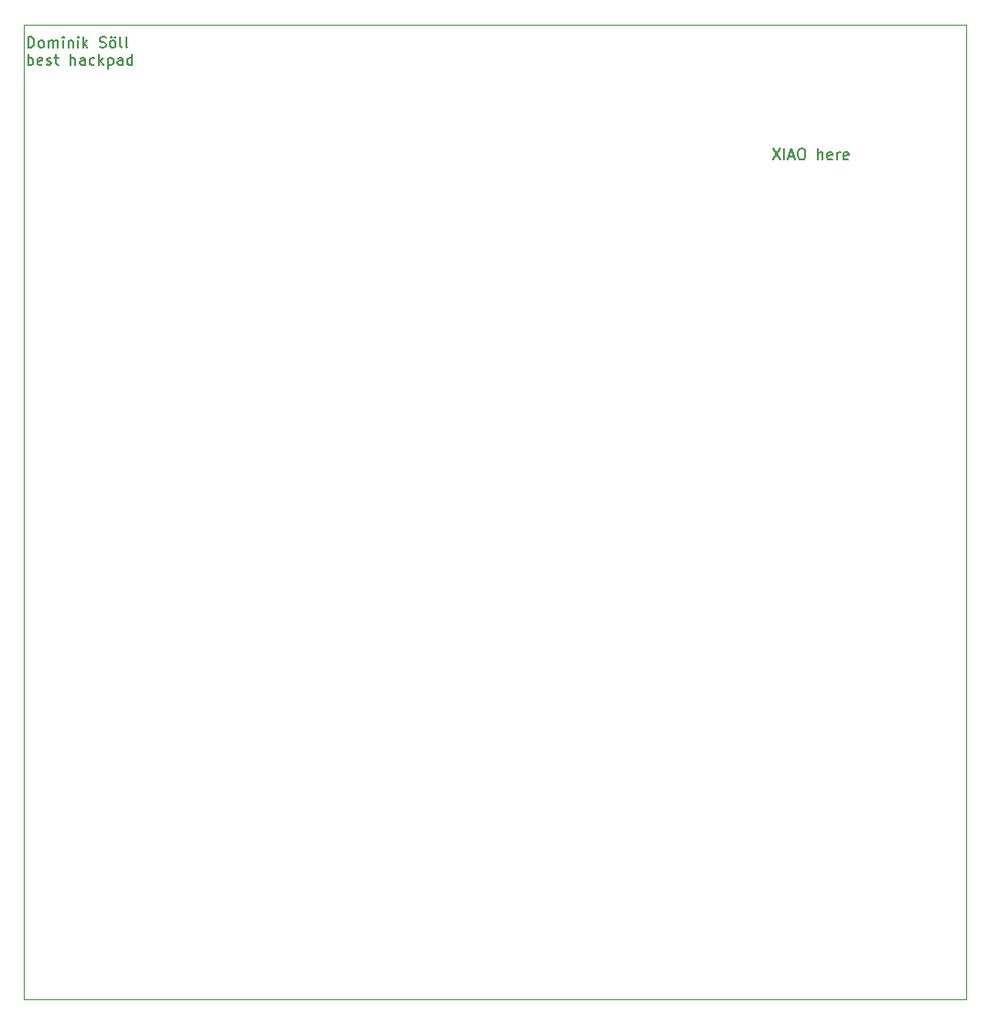
<source format=gbr>
%TF.GenerationSoftware,KiCad,Pcbnew,8.0.8*%
%TF.CreationDate,2025-02-19T23:36:16+01:00*%
%TF.ProjectId,Hackpad2.0,4861636b-7061-4643-922e-302e6b696361,rev?*%
%TF.SameCoordinates,Original*%
%TF.FileFunction,Profile,NP*%
%FSLAX46Y46*%
G04 Gerber Fmt 4.6, Leading zero omitted, Abs format (unit mm)*
G04 Created by KiCad (PCBNEW 8.0.8) date 2025-02-19 23:36:16*
%MOMM*%
%LPD*%
G01*
G04 APERTURE LIST*
%TA.AperFunction,Profile*%
%ADD10C,0.050000*%
%TD*%
%ADD11C,0.150000*%
G04 APERTURE END LIST*
D10*
X109090000Y-36280000D02*
X196190000Y-36280000D01*
X196190000Y-126390000D01*
X109090000Y-126390000D01*
X109090000Y-36280000D01*
D11*
X109486779Y-38409875D02*
X109486779Y-37409875D01*
X109486779Y-37409875D02*
X109724874Y-37409875D01*
X109724874Y-37409875D02*
X109867731Y-37457494D01*
X109867731Y-37457494D02*
X109962969Y-37552732D01*
X109962969Y-37552732D02*
X110010588Y-37647970D01*
X110010588Y-37647970D02*
X110058207Y-37838446D01*
X110058207Y-37838446D02*
X110058207Y-37981303D01*
X110058207Y-37981303D02*
X110010588Y-38171779D01*
X110010588Y-38171779D02*
X109962969Y-38267017D01*
X109962969Y-38267017D02*
X109867731Y-38362256D01*
X109867731Y-38362256D02*
X109724874Y-38409875D01*
X109724874Y-38409875D02*
X109486779Y-38409875D01*
X110629636Y-38409875D02*
X110534398Y-38362256D01*
X110534398Y-38362256D02*
X110486779Y-38314636D01*
X110486779Y-38314636D02*
X110439160Y-38219398D01*
X110439160Y-38219398D02*
X110439160Y-37933684D01*
X110439160Y-37933684D02*
X110486779Y-37838446D01*
X110486779Y-37838446D02*
X110534398Y-37790827D01*
X110534398Y-37790827D02*
X110629636Y-37743208D01*
X110629636Y-37743208D02*
X110772493Y-37743208D01*
X110772493Y-37743208D02*
X110867731Y-37790827D01*
X110867731Y-37790827D02*
X110915350Y-37838446D01*
X110915350Y-37838446D02*
X110962969Y-37933684D01*
X110962969Y-37933684D02*
X110962969Y-38219398D01*
X110962969Y-38219398D02*
X110915350Y-38314636D01*
X110915350Y-38314636D02*
X110867731Y-38362256D01*
X110867731Y-38362256D02*
X110772493Y-38409875D01*
X110772493Y-38409875D02*
X110629636Y-38409875D01*
X111391541Y-38409875D02*
X111391541Y-37743208D01*
X111391541Y-37838446D02*
X111439160Y-37790827D01*
X111439160Y-37790827D02*
X111534398Y-37743208D01*
X111534398Y-37743208D02*
X111677255Y-37743208D01*
X111677255Y-37743208D02*
X111772493Y-37790827D01*
X111772493Y-37790827D02*
X111820112Y-37886065D01*
X111820112Y-37886065D02*
X111820112Y-38409875D01*
X111820112Y-37886065D02*
X111867731Y-37790827D01*
X111867731Y-37790827D02*
X111962969Y-37743208D01*
X111962969Y-37743208D02*
X112105826Y-37743208D01*
X112105826Y-37743208D02*
X112201065Y-37790827D01*
X112201065Y-37790827D02*
X112248684Y-37886065D01*
X112248684Y-37886065D02*
X112248684Y-38409875D01*
X112724874Y-38409875D02*
X112724874Y-37743208D01*
X112724874Y-37409875D02*
X112677255Y-37457494D01*
X112677255Y-37457494D02*
X112724874Y-37505113D01*
X112724874Y-37505113D02*
X112772493Y-37457494D01*
X112772493Y-37457494D02*
X112724874Y-37409875D01*
X112724874Y-37409875D02*
X112724874Y-37505113D01*
X113201064Y-37743208D02*
X113201064Y-38409875D01*
X113201064Y-37838446D02*
X113248683Y-37790827D01*
X113248683Y-37790827D02*
X113343921Y-37743208D01*
X113343921Y-37743208D02*
X113486778Y-37743208D01*
X113486778Y-37743208D02*
X113582016Y-37790827D01*
X113582016Y-37790827D02*
X113629635Y-37886065D01*
X113629635Y-37886065D02*
X113629635Y-38409875D01*
X114105826Y-38409875D02*
X114105826Y-37743208D01*
X114105826Y-37409875D02*
X114058207Y-37457494D01*
X114058207Y-37457494D02*
X114105826Y-37505113D01*
X114105826Y-37505113D02*
X114153445Y-37457494D01*
X114153445Y-37457494D02*
X114105826Y-37409875D01*
X114105826Y-37409875D02*
X114105826Y-37505113D01*
X114582016Y-38409875D02*
X114582016Y-37409875D01*
X114677254Y-38028922D02*
X114962968Y-38409875D01*
X114962968Y-37743208D02*
X114582016Y-38124160D01*
X116105826Y-38362256D02*
X116248683Y-38409875D01*
X116248683Y-38409875D02*
X116486778Y-38409875D01*
X116486778Y-38409875D02*
X116582016Y-38362256D01*
X116582016Y-38362256D02*
X116629635Y-38314636D01*
X116629635Y-38314636D02*
X116677254Y-38219398D01*
X116677254Y-38219398D02*
X116677254Y-38124160D01*
X116677254Y-38124160D02*
X116629635Y-38028922D01*
X116629635Y-38028922D02*
X116582016Y-37981303D01*
X116582016Y-37981303D02*
X116486778Y-37933684D01*
X116486778Y-37933684D02*
X116296302Y-37886065D01*
X116296302Y-37886065D02*
X116201064Y-37838446D01*
X116201064Y-37838446D02*
X116153445Y-37790827D01*
X116153445Y-37790827D02*
X116105826Y-37695589D01*
X116105826Y-37695589D02*
X116105826Y-37600351D01*
X116105826Y-37600351D02*
X116153445Y-37505113D01*
X116153445Y-37505113D02*
X116201064Y-37457494D01*
X116201064Y-37457494D02*
X116296302Y-37409875D01*
X116296302Y-37409875D02*
X116534397Y-37409875D01*
X116534397Y-37409875D02*
X116677254Y-37457494D01*
X117248683Y-38409875D02*
X117153445Y-38362256D01*
X117153445Y-38362256D02*
X117105826Y-38314636D01*
X117105826Y-38314636D02*
X117058207Y-38219398D01*
X117058207Y-38219398D02*
X117058207Y-37933684D01*
X117058207Y-37933684D02*
X117105826Y-37838446D01*
X117105826Y-37838446D02*
X117153445Y-37790827D01*
X117153445Y-37790827D02*
X117248683Y-37743208D01*
X117248683Y-37743208D02*
X117391540Y-37743208D01*
X117391540Y-37743208D02*
X117486778Y-37790827D01*
X117486778Y-37790827D02*
X117534397Y-37838446D01*
X117534397Y-37838446D02*
X117582016Y-37933684D01*
X117582016Y-37933684D02*
X117582016Y-38219398D01*
X117582016Y-38219398D02*
X117534397Y-38314636D01*
X117534397Y-38314636D02*
X117486778Y-38362256D01*
X117486778Y-38362256D02*
X117391540Y-38409875D01*
X117391540Y-38409875D02*
X117248683Y-38409875D01*
X117153445Y-37409875D02*
X117201064Y-37457494D01*
X117201064Y-37457494D02*
X117153445Y-37505113D01*
X117153445Y-37505113D02*
X117105826Y-37457494D01*
X117105826Y-37457494D02*
X117153445Y-37409875D01*
X117153445Y-37409875D02*
X117153445Y-37505113D01*
X117534397Y-37409875D02*
X117582016Y-37457494D01*
X117582016Y-37457494D02*
X117534397Y-37505113D01*
X117534397Y-37505113D02*
X117486778Y-37457494D01*
X117486778Y-37457494D02*
X117534397Y-37409875D01*
X117534397Y-37409875D02*
X117534397Y-37505113D01*
X118153445Y-38409875D02*
X118058207Y-38362256D01*
X118058207Y-38362256D02*
X118010588Y-38267017D01*
X118010588Y-38267017D02*
X118010588Y-37409875D01*
X118677255Y-38409875D02*
X118582017Y-38362256D01*
X118582017Y-38362256D02*
X118534398Y-38267017D01*
X118534398Y-38267017D02*
X118534398Y-37409875D01*
X109486779Y-40019819D02*
X109486779Y-39019819D01*
X109486779Y-39400771D02*
X109582017Y-39353152D01*
X109582017Y-39353152D02*
X109772493Y-39353152D01*
X109772493Y-39353152D02*
X109867731Y-39400771D01*
X109867731Y-39400771D02*
X109915350Y-39448390D01*
X109915350Y-39448390D02*
X109962969Y-39543628D01*
X109962969Y-39543628D02*
X109962969Y-39829342D01*
X109962969Y-39829342D02*
X109915350Y-39924580D01*
X109915350Y-39924580D02*
X109867731Y-39972200D01*
X109867731Y-39972200D02*
X109772493Y-40019819D01*
X109772493Y-40019819D02*
X109582017Y-40019819D01*
X109582017Y-40019819D02*
X109486779Y-39972200D01*
X110772493Y-39972200D02*
X110677255Y-40019819D01*
X110677255Y-40019819D02*
X110486779Y-40019819D01*
X110486779Y-40019819D02*
X110391541Y-39972200D01*
X110391541Y-39972200D02*
X110343922Y-39876961D01*
X110343922Y-39876961D02*
X110343922Y-39496009D01*
X110343922Y-39496009D02*
X110391541Y-39400771D01*
X110391541Y-39400771D02*
X110486779Y-39353152D01*
X110486779Y-39353152D02*
X110677255Y-39353152D01*
X110677255Y-39353152D02*
X110772493Y-39400771D01*
X110772493Y-39400771D02*
X110820112Y-39496009D01*
X110820112Y-39496009D02*
X110820112Y-39591247D01*
X110820112Y-39591247D02*
X110343922Y-39686485D01*
X111201065Y-39972200D02*
X111296303Y-40019819D01*
X111296303Y-40019819D02*
X111486779Y-40019819D01*
X111486779Y-40019819D02*
X111582017Y-39972200D01*
X111582017Y-39972200D02*
X111629636Y-39876961D01*
X111629636Y-39876961D02*
X111629636Y-39829342D01*
X111629636Y-39829342D02*
X111582017Y-39734104D01*
X111582017Y-39734104D02*
X111486779Y-39686485D01*
X111486779Y-39686485D02*
X111343922Y-39686485D01*
X111343922Y-39686485D02*
X111248684Y-39638866D01*
X111248684Y-39638866D02*
X111201065Y-39543628D01*
X111201065Y-39543628D02*
X111201065Y-39496009D01*
X111201065Y-39496009D02*
X111248684Y-39400771D01*
X111248684Y-39400771D02*
X111343922Y-39353152D01*
X111343922Y-39353152D02*
X111486779Y-39353152D01*
X111486779Y-39353152D02*
X111582017Y-39400771D01*
X111915351Y-39353152D02*
X112296303Y-39353152D01*
X112058208Y-39019819D02*
X112058208Y-39876961D01*
X112058208Y-39876961D02*
X112105827Y-39972200D01*
X112105827Y-39972200D02*
X112201065Y-40019819D01*
X112201065Y-40019819D02*
X112296303Y-40019819D01*
X113391542Y-40019819D02*
X113391542Y-39019819D01*
X113820113Y-40019819D02*
X113820113Y-39496009D01*
X113820113Y-39496009D02*
X113772494Y-39400771D01*
X113772494Y-39400771D02*
X113677256Y-39353152D01*
X113677256Y-39353152D02*
X113534399Y-39353152D01*
X113534399Y-39353152D02*
X113439161Y-39400771D01*
X113439161Y-39400771D02*
X113391542Y-39448390D01*
X114724875Y-40019819D02*
X114724875Y-39496009D01*
X114724875Y-39496009D02*
X114677256Y-39400771D01*
X114677256Y-39400771D02*
X114582018Y-39353152D01*
X114582018Y-39353152D02*
X114391542Y-39353152D01*
X114391542Y-39353152D02*
X114296304Y-39400771D01*
X114724875Y-39972200D02*
X114629637Y-40019819D01*
X114629637Y-40019819D02*
X114391542Y-40019819D01*
X114391542Y-40019819D02*
X114296304Y-39972200D01*
X114296304Y-39972200D02*
X114248685Y-39876961D01*
X114248685Y-39876961D02*
X114248685Y-39781723D01*
X114248685Y-39781723D02*
X114296304Y-39686485D01*
X114296304Y-39686485D02*
X114391542Y-39638866D01*
X114391542Y-39638866D02*
X114629637Y-39638866D01*
X114629637Y-39638866D02*
X114724875Y-39591247D01*
X115629637Y-39972200D02*
X115534399Y-40019819D01*
X115534399Y-40019819D02*
X115343923Y-40019819D01*
X115343923Y-40019819D02*
X115248685Y-39972200D01*
X115248685Y-39972200D02*
X115201066Y-39924580D01*
X115201066Y-39924580D02*
X115153447Y-39829342D01*
X115153447Y-39829342D02*
X115153447Y-39543628D01*
X115153447Y-39543628D02*
X115201066Y-39448390D01*
X115201066Y-39448390D02*
X115248685Y-39400771D01*
X115248685Y-39400771D02*
X115343923Y-39353152D01*
X115343923Y-39353152D02*
X115534399Y-39353152D01*
X115534399Y-39353152D02*
X115629637Y-39400771D01*
X116058209Y-40019819D02*
X116058209Y-39019819D01*
X116153447Y-39638866D02*
X116439161Y-40019819D01*
X116439161Y-39353152D02*
X116058209Y-39734104D01*
X116867733Y-39353152D02*
X116867733Y-40353152D01*
X116867733Y-39400771D02*
X116962971Y-39353152D01*
X116962971Y-39353152D02*
X117153447Y-39353152D01*
X117153447Y-39353152D02*
X117248685Y-39400771D01*
X117248685Y-39400771D02*
X117296304Y-39448390D01*
X117296304Y-39448390D02*
X117343923Y-39543628D01*
X117343923Y-39543628D02*
X117343923Y-39829342D01*
X117343923Y-39829342D02*
X117296304Y-39924580D01*
X117296304Y-39924580D02*
X117248685Y-39972200D01*
X117248685Y-39972200D02*
X117153447Y-40019819D01*
X117153447Y-40019819D02*
X116962971Y-40019819D01*
X116962971Y-40019819D02*
X116867733Y-39972200D01*
X118201066Y-40019819D02*
X118201066Y-39496009D01*
X118201066Y-39496009D02*
X118153447Y-39400771D01*
X118153447Y-39400771D02*
X118058209Y-39353152D01*
X118058209Y-39353152D02*
X117867733Y-39353152D01*
X117867733Y-39353152D02*
X117772495Y-39400771D01*
X118201066Y-39972200D02*
X118105828Y-40019819D01*
X118105828Y-40019819D02*
X117867733Y-40019819D01*
X117867733Y-40019819D02*
X117772495Y-39972200D01*
X117772495Y-39972200D02*
X117724876Y-39876961D01*
X117724876Y-39876961D02*
X117724876Y-39781723D01*
X117724876Y-39781723D02*
X117772495Y-39686485D01*
X117772495Y-39686485D02*
X117867733Y-39638866D01*
X117867733Y-39638866D02*
X118105828Y-39638866D01*
X118105828Y-39638866D02*
X118201066Y-39591247D01*
X119105828Y-40019819D02*
X119105828Y-39019819D01*
X119105828Y-39972200D02*
X119010590Y-40019819D01*
X119010590Y-40019819D02*
X118820114Y-40019819D01*
X118820114Y-40019819D02*
X118724876Y-39972200D01*
X118724876Y-39972200D02*
X118677257Y-39924580D01*
X118677257Y-39924580D02*
X118629638Y-39829342D01*
X118629638Y-39829342D02*
X118629638Y-39543628D01*
X118629638Y-39543628D02*
X118677257Y-39448390D01*
X118677257Y-39448390D02*
X118724876Y-39400771D01*
X118724876Y-39400771D02*
X118820114Y-39353152D01*
X118820114Y-39353152D02*
X119010590Y-39353152D01*
X119010590Y-39353152D02*
X119105828Y-39400771D01*
X178331541Y-47749819D02*
X178998207Y-48749819D01*
X178998207Y-47749819D02*
X178331541Y-48749819D01*
X179379160Y-48749819D02*
X179379160Y-47749819D01*
X179807731Y-48464104D02*
X180283921Y-48464104D01*
X179712493Y-48749819D02*
X180045826Y-47749819D01*
X180045826Y-47749819D02*
X180379159Y-48749819D01*
X180902969Y-47749819D02*
X181093445Y-47749819D01*
X181093445Y-47749819D02*
X181188683Y-47797438D01*
X181188683Y-47797438D02*
X181283921Y-47892676D01*
X181283921Y-47892676D02*
X181331540Y-48083152D01*
X181331540Y-48083152D02*
X181331540Y-48416485D01*
X181331540Y-48416485D02*
X181283921Y-48606961D01*
X181283921Y-48606961D02*
X181188683Y-48702200D01*
X181188683Y-48702200D02*
X181093445Y-48749819D01*
X181093445Y-48749819D02*
X180902969Y-48749819D01*
X180902969Y-48749819D02*
X180807731Y-48702200D01*
X180807731Y-48702200D02*
X180712493Y-48606961D01*
X180712493Y-48606961D02*
X180664874Y-48416485D01*
X180664874Y-48416485D02*
X180664874Y-48083152D01*
X180664874Y-48083152D02*
X180712493Y-47892676D01*
X180712493Y-47892676D02*
X180807731Y-47797438D01*
X180807731Y-47797438D02*
X180902969Y-47749819D01*
X182522017Y-48749819D02*
X182522017Y-47749819D01*
X182950588Y-48749819D02*
X182950588Y-48226009D01*
X182950588Y-48226009D02*
X182902969Y-48130771D01*
X182902969Y-48130771D02*
X182807731Y-48083152D01*
X182807731Y-48083152D02*
X182664874Y-48083152D01*
X182664874Y-48083152D02*
X182569636Y-48130771D01*
X182569636Y-48130771D02*
X182522017Y-48178390D01*
X183807731Y-48702200D02*
X183712493Y-48749819D01*
X183712493Y-48749819D02*
X183522017Y-48749819D01*
X183522017Y-48749819D02*
X183426779Y-48702200D01*
X183426779Y-48702200D02*
X183379160Y-48606961D01*
X183379160Y-48606961D02*
X183379160Y-48226009D01*
X183379160Y-48226009D02*
X183426779Y-48130771D01*
X183426779Y-48130771D02*
X183522017Y-48083152D01*
X183522017Y-48083152D02*
X183712493Y-48083152D01*
X183712493Y-48083152D02*
X183807731Y-48130771D01*
X183807731Y-48130771D02*
X183855350Y-48226009D01*
X183855350Y-48226009D02*
X183855350Y-48321247D01*
X183855350Y-48321247D02*
X183379160Y-48416485D01*
X184283922Y-48749819D02*
X184283922Y-48083152D01*
X184283922Y-48273628D02*
X184331541Y-48178390D01*
X184331541Y-48178390D02*
X184379160Y-48130771D01*
X184379160Y-48130771D02*
X184474398Y-48083152D01*
X184474398Y-48083152D02*
X184569636Y-48083152D01*
X185283922Y-48702200D02*
X185188684Y-48749819D01*
X185188684Y-48749819D02*
X184998208Y-48749819D01*
X184998208Y-48749819D02*
X184902970Y-48702200D01*
X184902970Y-48702200D02*
X184855351Y-48606961D01*
X184855351Y-48606961D02*
X184855351Y-48226009D01*
X184855351Y-48226009D02*
X184902970Y-48130771D01*
X184902970Y-48130771D02*
X184998208Y-48083152D01*
X184998208Y-48083152D02*
X185188684Y-48083152D01*
X185188684Y-48083152D02*
X185283922Y-48130771D01*
X185283922Y-48130771D02*
X185331541Y-48226009D01*
X185331541Y-48226009D02*
X185331541Y-48321247D01*
X185331541Y-48321247D02*
X184855351Y-48416485D01*
M02*

</source>
